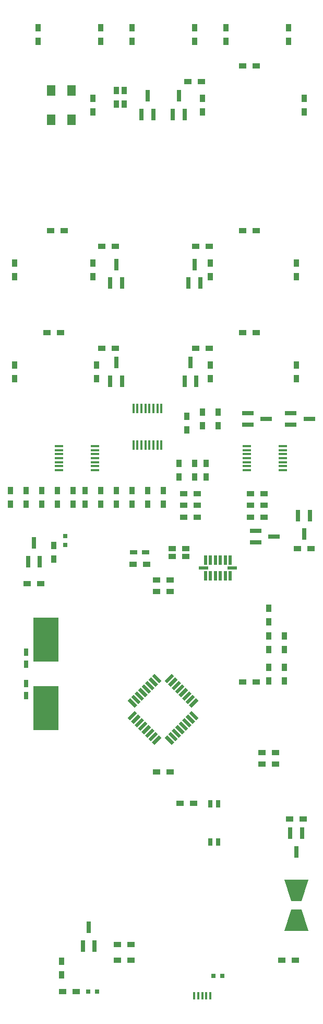
<source format=gbr>
G04 #@! TF.FileFunction,Paste,Top*
%FSLAX46Y46*%
G04 Gerber Fmt 4.6, Leading zero omitted, Abs format (unit mm)*
G04 Created by KiCad (PCBNEW 4.0.7) date 07/30/18 15:36:35*
%MOMM*%
%LPD*%
G01*
G04 APERTURE LIST*
%ADD10C,0.100000*%
%ADD11R,0.760000X1.250000*%
%ADD12R,0.750000X0.800000*%
%ADD13R,0.750000X1.200000*%
%ADD14R,1.200000X0.750000*%
%ADD15R,0.800000X0.750000*%
%ADD16R,0.900000X1.200000*%
%ADD17R,1.200000X0.900000*%
%ADD18R,0.550000X1.545000*%
%ADD19R,1.545000X0.550000*%
%ADD20R,0.450000X1.300000*%
%ADD21R,1.400000X1.800000*%
%ADD22R,1.900000X0.800000*%
%ADD23R,0.800000X1.900000*%
%ADD24R,1.450000X0.450000*%
%ADD25R,0.450000X1.500000*%
%ADD26R,4.100000X7.175000*%
G04 APERTURE END LIST*
D10*
D11*
X74930000Y-159920000D03*
X76200000Y-153770000D03*
X76200000Y-159920000D03*
X74930000Y-153770000D03*
D12*
X51435000Y-110375000D03*
X51435000Y-111875000D03*
D13*
X45085000Y-131125000D03*
X45085000Y-129225000D03*
X45085000Y-134305000D03*
X45085000Y-136205000D03*
D14*
X62550000Y-113030000D03*
X64450000Y-113030000D03*
D15*
X55130000Y-184150000D03*
X56630000Y-184150000D03*
X75450000Y-181610000D03*
X76950000Y-181610000D03*
D16*
X55880000Y-66210000D03*
X55880000Y-68410000D03*
X43180000Y-66210000D03*
X43180000Y-68410000D03*
D17*
X49065000Y-60960000D03*
X51265000Y-60960000D03*
D16*
X88900000Y-66210000D03*
X88900000Y-68410000D03*
X74930000Y-66210000D03*
X74930000Y-68410000D03*
D17*
X80180000Y-60960000D03*
X82380000Y-60960000D03*
D16*
X56515000Y-82720000D03*
X56515000Y-84920000D03*
X43180000Y-82720000D03*
X43180000Y-84920000D03*
D17*
X48430000Y-77470000D03*
X50630000Y-77470000D03*
D16*
X88900000Y-82720000D03*
X88900000Y-84920000D03*
X74930000Y-82720000D03*
X74930000Y-84920000D03*
D17*
X80180000Y-77470000D03*
X82380000Y-77470000D03*
D16*
X90170000Y-39540000D03*
X90170000Y-41740000D03*
X73660000Y-39540000D03*
X73660000Y-41740000D03*
D17*
X80180000Y-34290000D03*
X82380000Y-34290000D03*
D18*
X78200000Y-114270000D03*
X77400000Y-114270000D03*
X76600000Y-114270000D03*
X75800000Y-114270000D03*
X75000000Y-114270000D03*
X74200000Y-114270000D03*
X74200000Y-116865000D03*
X75000000Y-116865000D03*
X75800000Y-116865000D03*
X76600000Y-116865000D03*
X77400000Y-116865000D03*
X78200000Y-116865000D03*
D19*
X78497500Y-115570000D03*
X73902500Y-115570000D03*
D20*
X72360000Y-184790000D03*
X73010000Y-184790000D03*
X73660000Y-184790000D03*
X74310000Y-184790000D03*
X74960000Y-184790000D03*
D21*
X52450000Y-38240000D03*
X49150000Y-38240000D03*
X49150000Y-43040000D03*
X52450000Y-43040000D03*
D10*
G36*
X90849450Y-174343060D02*
X86950550Y-174343060D01*
X88050370Y-170842940D01*
X89749630Y-170842940D01*
X90849450Y-174343060D01*
X90849450Y-174343060D01*
G37*
G36*
X86950550Y-166016940D02*
X90849450Y-166016940D01*
X89749630Y-169517060D01*
X88050370Y-169517060D01*
X86950550Y-166016940D01*
X86950550Y-166016940D01*
G37*
D22*
X88035000Y-90490000D03*
X88035000Y-92390000D03*
X91035000Y-91440000D03*
D23*
X91120000Y-107085000D03*
X89220000Y-107085000D03*
X90170000Y-110085000D03*
D22*
X82320000Y-109540000D03*
X82320000Y-111440000D03*
X85320000Y-110490000D03*
X81050000Y-90490000D03*
X81050000Y-92390000D03*
X84050000Y-91440000D03*
D23*
X45405000Y-114530000D03*
X47305000Y-114530000D03*
X46355000Y-111530000D03*
X58740000Y-69445000D03*
X60640000Y-69445000D03*
X59690000Y-66445000D03*
X71440000Y-69445000D03*
X73340000Y-69445000D03*
X72390000Y-66445000D03*
X58740000Y-85320000D03*
X60640000Y-85320000D03*
X59690000Y-82320000D03*
X70805000Y-85320000D03*
X72705000Y-85320000D03*
X71755000Y-82320000D03*
X68900000Y-42140000D03*
X70800000Y-42140000D03*
X69850000Y-39140000D03*
X63820000Y-42140000D03*
X65720000Y-42140000D03*
X64770000Y-39140000D03*
X54295000Y-176760000D03*
X56195000Y-176760000D03*
X55245000Y-173760000D03*
X89850000Y-158520000D03*
X87950000Y-158520000D03*
X88900000Y-161520000D03*
D16*
X86995000Y-133815000D03*
X86995000Y-131615000D03*
X86995000Y-126535000D03*
X86995000Y-128735000D03*
D17*
X62400000Y-114935000D03*
X64600000Y-114935000D03*
X70020000Y-153670000D03*
X72220000Y-153670000D03*
X83355000Y-147320000D03*
X85555000Y-147320000D03*
X83355000Y-145415000D03*
X85555000Y-145415000D03*
X66210000Y-148590000D03*
X68410000Y-148590000D03*
D16*
X57150000Y-103040000D03*
X57150000Y-105240000D03*
X64770000Y-103040000D03*
X64770000Y-105240000D03*
X59690000Y-103040000D03*
X59690000Y-105240000D03*
X67310000Y-103040000D03*
X67310000Y-105240000D03*
D17*
X72855000Y-105410000D03*
X70655000Y-105410000D03*
X72855000Y-107315000D03*
X70655000Y-107315000D03*
D16*
X42545000Y-103040000D03*
X42545000Y-105240000D03*
X45085000Y-103040000D03*
X45085000Y-105240000D03*
X47625000Y-103040000D03*
X47625000Y-105240000D03*
X50165000Y-103040000D03*
X50165000Y-105240000D03*
X54610000Y-103040000D03*
X54610000Y-105240000D03*
X62230000Y-103040000D03*
X62230000Y-105240000D03*
X69850000Y-98595000D03*
X69850000Y-100795000D03*
X72390000Y-98595000D03*
X72390000Y-100795000D03*
D17*
X70655000Y-103505000D03*
X72855000Y-103505000D03*
X91270000Y-112395000D03*
X89070000Y-112395000D03*
D16*
X52705000Y-105240000D03*
X52705000Y-103040000D03*
X74295000Y-98595000D03*
X74295000Y-100795000D03*
X71120000Y-90975000D03*
X71120000Y-93175000D03*
D17*
X81450000Y-103505000D03*
X83650000Y-103505000D03*
X83650000Y-105410000D03*
X81450000Y-105410000D03*
X83650000Y-107315000D03*
X81450000Y-107315000D03*
D16*
X73660000Y-92540000D03*
X73660000Y-90340000D03*
X76200000Y-92540000D03*
X76200000Y-90340000D03*
D17*
X45255000Y-118110000D03*
X47455000Y-118110000D03*
D16*
X49530000Y-114130000D03*
X49530000Y-111930000D03*
D17*
X59520000Y-63500000D03*
X57320000Y-63500000D03*
X72560000Y-63500000D03*
X74760000Y-63500000D03*
X59520000Y-80010000D03*
X57320000Y-80010000D03*
X72560000Y-80010000D03*
X74760000Y-80010000D03*
X71290000Y-36830000D03*
X73490000Y-36830000D03*
X68750000Y-112395000D03*
X70950000Y-112395000D03*
X70950000Y-113665000D03*
X68750000Y-113665000D03*
X66210000Y-117475000D03*
X68410000Y-117475000D03*
X66210000Y-119380000D03*
X68410000Y-119380000D03*
D16*
X84455000Y-131615000D03*
X84455000Y-133815000D03*
D17*
X82380000Y-133985000D03*
X80180000Y-133985000D03*
D16*
X84455000Y-128735000D03*
X84455000Y-126535000D03*
X84455000Y-124290000D03*
X84455000Y-122090000D03*
X59690000Y-38270000D03*
X59690000Y-40470000D03*
X60960000Y-38270000D03*
X60960000Y-40470000D03*
X46990000Y-28110000D03*
X46990000Y-30310000D03*
X62230000Y-28110000D03*
X62230000Y-30310000D03*
X77470000Y-28110000D03*
X77470000Y-30310000D03*
X57150000Y-30310000D03*
X57150000Y-28110000D03*
X72390000Y-30310000D03*
X72390000Y-28110000D03*
X87630000Y-30310000D03*
X87630000Y-28110000D03*
D17*
X53170000Y-184150000D03*
X50970000Y-184150000D03*
D16*
X50800000Y-179240000D03*
X50800000Y-181440000D03*
D17*
X62060000Y-176530000D03*
X59860000Y-176530000D03*
X62060000Y-179070000D03*
X59860000Y-179070000D03*
X87800000Y-156210000D03*
X90000000Y-156210000D03*
X86530000Y-179070000D03*
X88730000Y-179070000D03*
D16*
X55880000Y-39540000D03*
X55880000Y-41740000D03*
D10*
G36*
X65524555Y-133073666D02*
X65913464Y-132684757D01*
X67044835Y-133816128D01*
X66655926Y-134205037D01*
X65524555Y-133073666D01*
X65524555Y-133073666D01*
G37*
G36*
X64958870Y-133639352D02*
X65347779Y-133250443D01*
X66479150Y-134381814D01*
X66090241Y-134770723D01*
X64958870Y-133639352D01*
X64958870Y-133639352D01*
G37*
G36*
X64393184Y-134205037D02*
X64782093Y-133816128D01*
X65913464Y-134947499D01*
X65524555Y-135336408D01*
X64393184Y-134205037D01*
X64393184Y-134205037D01*
G37*
G36*
X63827499Y-134770722D02*
X64216408Y-134381813D01*
X65347779Y-135513184D01*
X64958870Y-135902093D01*
X63827499Y-134770722D01*
X63827499Y-134770722D01*
G37*
G36*
X63261813Y-135336408D02*
X63650722Y-134947499D01*
X64782093Y-136078870D01*
X64393184Y-136467779D01*
X63261813Y-135336408D01*
X63261813Y-135336408D01*
G37*
G36*
X62696128Y-135902093D02*
X63085037Y-135513184D01*
X64216408Y-136644555D01*
X63827499Y-137033464D01*
X62696128Y-135902093D01*
X62696128Y-135902093D01*
G37*
G36*
X62130443Y-136467779D02*
X62519352Y-136078870D01*
X63650723Y-137210241D01*
X63261814Y-137599150D01*
X62130443Y-136467779D01*
X62130443Y-136467779D01*
G37*
G36*
X61564757Y-137033464D02*
X61953666Y-136644555D01*
X63085037Y-137775926D01*
X62696128Y-138164835D01*
X61564757Y-137033464D01*
X61564757Y-137033464D01*
G37*
G36*
X61953666Y-140215445D02*
X61564757Y-139826536D01*
X62696128Y-138695165D01*
X63085037Y-139084074D01*
X61953666Y-140215445D01*
X61953666Y-140215445D01*
G37*
G36*
X62519352Y-140781130D02*
X62130443Y-140392221D01*
X63261814Y-139260850D01*
X63650723Y-139649759D01*
X62519352Y-140781130D01*
X62519352Y-140781130D01*
G37*
G36*
X63085037Y-141346816D02*
X62696128Y-140957907D01*
X63827499Y-139826536D01*
X64216408Y-140215445D01*
X63085037Y-141346816D01*
X63085037Y-141346816D01*
G37*
G36*
X63650722Y-141912501D02*
X63261813Y-141523592D01*
X64393184Y-140392221D01*
X64782093Y-140781130D01*
X63650722Y-141912501D01*
X63650722Y-141912501D01*
G37*
G36*
X64216408Y-142478187D02*
X63827499Y-142089278D01*
X64958870Y-140957907D01*
X65347779Y-141346816D01*
X64216408Y-142478187D01*
X64216408Y-142478187D01*
G37*
G36*
X64782093Y-143043872D02*
X64393184Y-142654963D01*
X65524555Y-141523592D01*
X65913464Y-141912501D01*
X64782093Y-143043872D01*
X64782093Y-143043872D01*
G37*
G36*
X65347779Y-143609557D02*
X64958870Y-143220648D01*
X66090241Y-142089277D01*
X66479150Y-142478186D01*
X65347779Y-143609557D01*
X65347779Y-143609557D01*
G37*
G36*
X65913464Y-144175243D02*
X65524555Y-143786334D01*
X66655926Y-142654963D01*
X67044835Y-143043872D01*
X65913464Y-144175243D01*
X65913464Y-144175243D01*
G37*
G36*
X67575165Y-143043872D02*
X67964074Y-142654963D01*
X69095445Y-143786334D01*
X68706536Y-144175243D01*
X67575165Y-143043872D01*
X67575165Y-143043872D01*
G37*
G36*
X68140850Y-142478186D02*
X68529759Y-142089277D01*
X69661130Y-143220648D01*
X69272221Y-143609557D01*
X68140850Y-142478186D01*
X68140850Y-142478186D01*
G37*
G36*
X68706536Y-141912501D02*
X69095445Y-141523592D01*
X70226816Y-142654963D01*
X69837907Y-143043872D01*
X68706536Y-141912501D01*
X68706536Y-141912501D01*
G37*
G36*
X69272221Y-141346816D02*
X69661130Y-140957907D01*
X70792501Y-142089278D01*
X70403592Y-142478187D01*
X69272221Y-141346816D01*
X69272221Y-141346816D01*
G37*
G36*
X69837907Y-140781130D02*
X70226816Y-140392221D01*
X71358187Y-141523592D01*
X70969278Y-141912501D01*
X69837907Y-140781130D01*
X69837907Y-140781130D01*
G37*
G36*
X70403592Y-140215445D02*
X70792501Y-139826536D01*
X71923872Y-140957907D01*
X71534963Y-141346816D01*
X70403592Y-140215445D01*
X70403592Y-140215445D01*
G37*
G36*
X70969277Y-139649759D02*
X71358186Y-139260850D01*
X72489557Y-140392221D01*
X72100648Y-140781130D01*
X70969277Y-139649759D01*
X70969277Y-139649759D01*
G37*
G36*
X71534963Y-139084074D02*
X71923872Y-138695165D01*
X73055243Y-139826536D01*
X72666334Y-140215445D01*
X71534963Y-139084074D01*
X71534963Y-139084074D01*
G37*
G36*
X71923872Y-138164835D02*
X71534963Y-137775926D01*
X72666334Y-136644555D01*
X73055243Y-137033464D01*
X71923872Y-138164835D01*
X71923872Y-138164835D01*
G37*
G36*
X71358186Y-137599150D02*
X70969277Y-137210241D01*
X72100648Y-136078870D01*
X72489557Y-136467779D01*
X71358186Y-137599150D01*
X71358186Y-137599150D01*
G37*
G36*
X70792501Y-137033464D02*
X70403592Y-136644555D01*
X71534963Y-135513184D01*
X71923872Y-135902093D01*
X70792501Y-137033464D01*
X70792501Y-137033464D01*
G37*
G36*
X70226816Y-136467779D02*
X69837907Y-136078870D01*
X70969278Y-134947499D01*
X71358187Y-135336408D01*
X70226816Y-136467779D01*
X70226816Y-136467779D01*
G37*
G36*
X69661130Y-135902093D02*
X69272221Y-135513184D01*
X70403592Y-134381813D01*
X70792501Y-134770722D01*
X69661130Y-135902093D01*
X69661130Y-135902093D01*
G37*
G36*
X69095445Y-135336408D02*
X68706536Y-134947499D01*
X69837907Y-133816128D01*
X70226816Y-134205037D01*
X69095445Y-135336408D01*
X69095445Y-135336408D01*
G37*
G36*
X68529759Y-134770723D02*
X68140850Y-134381814D01*
X69272221Y-133250443D01*
X69661130Y-133639352D01*
X68529759Y-134770723D01*
X68529759Y-134770723D01*
G37*
G36*
X67964074Y-134205037D02*
X67575165Y-133816128D01*
X68706536Y-132684757D01*
X69095445Y-133073666D01*
X67964074Y-134205037D01*
X67964074Y-134205037D01*
G37*
D24*
X56290000Y-99740000D03*
X56290000Y-99090000D03*
X56290000Y-98440000D03*
X56290000Y-97790000D03*
X56290000Y-97140000D03*
X56290000Y-96490000D03*
X56290000Y-95840000D03*
X50390000Y-95840000D03*
X50390000Y-96490000D03*
X50390000Y-97140000D03*
X50390000Y-97790000D03*
X50390000Y-98440000D03*
X50390000Y-99090000D03*
X50390000Y-99740000D03*
X86770000Y-99740000D03*
X86770000Y-99090000D03*
X86770000Y-98440000D03*
X86770000Y-97790000D03*
X86770000Y-97140000D03*
X86770000Y-96490000D03*
X86770000Y-95840000D03*
X80870000Y-95840000D03*
X80870000Y-96490000D03*
X80870000Y-97140000D03*
X80870000Y-97790000D03*
X80870000Y-98440000D03*
X80870000Y-99090000D03*
X80870000Y-99740000D03*
D25*
X67045000Y-89760000D03*
X66395000Y-89760000D03*
X65745000Y-89760000D03*
X65095000Y-89760000D03*
X64445000Y-89760000D03*
X63795000Y-89760000D03*
X63145000Y-89760000D03*
X62495000Y-89760000D03*
X62495000Y-95660000D03*
X63145000Y-95660000D03*
X63795000Y-95660000D03*
X64445000Y-95660000D03*
X65095000Y-95660000D03*
X65745000Y-95660000D03*
X66395000Y-95660000D03*
X67045000Y-95660000D03*
D26*
X48260000Y-127177500D03*
X48260000Y-138252500D03*
M02*

</source>
